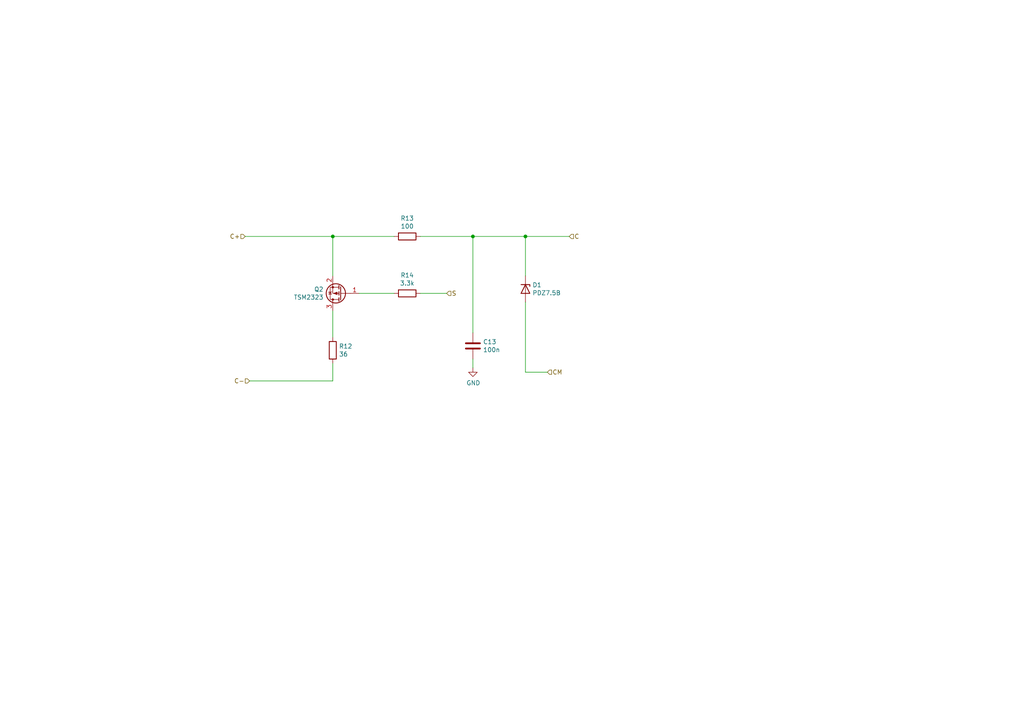
<source format=kicad_sch>
(kicad_sch (version 20231120) (generator "eeschema") (generator_version "8.0")
  (paper "A4")
  (lib_symbols
    (symbol "Device:C" (pin_numbers hide) (pin_names (offset 0.254))
      (property "Reference" "C" (at 0.635 2.54 0))
      (property "Value" "C" (at 0.635 -2.54 0))
      (symbol "C_0_1"
        (polyline (pts (xy -2.032 -0.762) (xy 2.032 -0.762)) (stroke (width 0.508)))
        (polyline (pts (xy -2.032 0.762) (xy 2.032 0.762)) (stroke (width 0.508)))
      )
      (symbol "C_1_1"
        (pin passive line (at 0 3.81 270) (length 2.794) (name "~") (number "1"))
        (pin passive line (at 0 -3.81 90) (length 2.794) (name "~") (number "2"))
      )
    )
    (symbol "Device:D_Zener" (pin_numbers hide) (pin_names (offset 1.016) hide)
      (property "Reference" "D" (at 0 2.54 0))
      (property "Value" "D_Zener" (at 0 -2.54 0))
      (symbol "D_Zener_0_1"
        (polyline (pts (xy 1.27 0) (xy -1.27 0)))
        (polyline (pts (xy -1.27 -1.27) (xy -1.27 1.27) (xy -0.762 1.27)) (stroke (width 0.254)))
        (polyline (pts (xy 1.27 -1.27) (xy 1.27 1.27) (xy -1.27 0) (xy 1.27 -1.27)) (stroke (width 0.254)))
      )
      (symbol "D_Zener_1_1"
        (pin passive line (at -3.81 0 0) (length 2.54) (name "K") (number "1"))
        (pin passive line (at 3.81 0 180) (length 2.54) (name "A") (number "2"))
      )
    )
    (symbol "Device:Q_PMOS_GSD" (pin_names (offset 0) hide)
      (property "Reference" "Q" (at 5.08 1.27 0))
      (property "Value" "Q_PMOS_GSD" (at 5.08 -1.27 0))
      (symbol "Q_PMOS_GSD_0_1"
        (polyline (pts (xy 0.254 0) (xy -2.54 0)))
        (polyline (pts (xy 0.254 1.905) (xy 0.254 -1.905)) (stroke (width 0.254)))
        (polyline (pts (xy 0.762 -1.27) (xy 0.762 -2.286)) (stroke (width 0.254)))
        (polyline (pts (xy 0.762 0.508) (xy 0.762 -0.508)) (stroke (width 0.254)))
        (polyline (pts (xy 0.762 2.286) (xy 0.762 1.27)) (stroke (width 0.254)))
        (polyline (pts (xy 2.54 2.54) (xy 2.54 1.778)))
        (polyline (pts (xy 2.54 -2.54) (xy 2.54 0) (xy 0.762 0)))
        (polyline (pts (xy 0.762 1.778) (xy 3.302 1.778) (xy 3.302 -1.778) (xy 0.762 -1.778)))
        (polyline (pts (xy 2.286 0) (xy 1.27 0.381) (xy 1.27 -0.381) (xy 2.286 0)) (fill (type outline)))
        (polyline (pts (xy 2.794 -0.508) (xy 2.921 -0.381) (xy 3.683 -0.381) (xy 3.81 -0.254)))
        (polyline (pts (xy 3.302 -0.381) (xy 2.921 0.254) (xy 3.683 0.254) (xy 3.302 -0.381)))
        (circle (center 1.651 0) (radius 2.794) (stroke (width 0.254)))
        (circle (center 2.54 -1.778) (radius 0.254) (fill (type outline)))
        (circle (center 2.54 1.778) (radius 0.254) (fill (type outline)))
      )
      (symbol "Q_PMOS_GSD_1_1"
        (pin input line (at -5.08 0 0) (length 2.54) (name "G") (number "1"))
        (pin passive line (at 2.54 -5.08 90) (length 2.54) (name "S") (number "2"))
        (pin passive line (at 2.54 5.08 270) (length 2.54) (name "D") (number "3"))
      )
    )
    (symbol "Device:R" (pin_numbers hide) (pin_names (offset 0))
      (property "Reference" "R" (at 2.032 0 90))
      (property "Value" "R" (at 0 0 90))
      (symbol "R_0_1"
        (rectangle (start -1.016 -2.54) (end 1.016 2.54) (stroke (width 0.254)))
      )
      (symbol "R_1_1"
        (pin passive line (at 0 3.81 270) (length 1.27) (name "~") (number "1"))
        (pin passive line (at 0 -3.81 90) (length 1.27) (name "~") (number "2"))
      )
    )
    (symbol "LTC6811-rescue:GND-power" (power) (pin_names (offset 0))
      (property "Value" "power_GND" (at 0 -3.81 0))
      (symbol "GND-power_0_1"
        (polyline (pts (xy 0 0) (xy 0 -1.27) (xy 1.27 -1.27) (xy 0 -2.54) (xy -1.27 -1.27) (xy 0 -1.27)))
      )
      (symbol "GND-power_1_1"
        (pin power_in line (at 0 0 270) (length 0) hide (name "GND") (number "1"))
      )
    )
  )
  (junction (at 152.4 68.58))
  (junction (at 96.52 68.58))
  (junction (at 137.16 68.58))
  (wire (pts (xy 121.92 68.58) (xy 137.16 68.58)))
  (wire (pts (xy 96.52 90.17) (xy 96.52 97.79)))
  (wire (pts (xy 152.4 68.58) (xy 165.1 68.58)))
  (wire (pts (xy 137.16 68.58) (xy 152.4 68.58)))
  (wire (pts (xy 104.14 85.09) (xy 114.3 85.09)))
  (wire (pts (xy 137.16 68.58) (xy 137.16 96.52)))
  (wire (pts (xy 152.4 80.01) (xy 152.4 68.58)))
  (wire (pts (xy 96.52 105.41) (xy 96.52 110.49)))
  (wire (pts (xy 96.52 68.58) (xy 96.52 80.01)))
  (wire (pts (xy 71.12 68.58) (xy 96.52 68.58)))
  (wire (pts (xy 152.4 107.95) (xy 158.75 107.95)))
  (wire (pts (xy 72.39 110.49) (xy 96.52 110.49)))
  (wire (pts (xy 152.4 87.63) (xy 152.4 107.95)))
  (wire (pts (xy 137.16 104.14) (xy 137.16 106.68)))
  (wire (pts (xy 114.3 68.58) (xy 96.52 68.58)))
  (wire (pts (xy 121.92 85.09) (xy 129.54 85.09)))
  (hierarchical_label "S" (shape input) (at 129.54 85.09 0))
  (hierarchical_label "C-" (shape input) (at 72.39 110.49 180))
  (hierarchical_label "C+" (shape input) (at 71.12 68.58 180))
  (hierarchical_label "C" (shape input) (at 165.1 68.58 0))
  (hierarchical_label "CM" (shape input) (at 158.75 107.95 0))
  (symbol (lib_id "Device:R") (at 118.11 68.58 270) (unit 1)
    (property "Reference" "R13" (at 118.11 63.3222 90))
    (property "Value" "100" (at 118.11 65.6336 90))
    (property "Footprint" "Resistor_SMD:R_0603_1608Metric" (effects (hide yes)))
    (property "MPN" "RC0603FR-07100RL" (effects (hide yes)))
    (instances (project "" (path "" (reference "R13") (unit 1)) (path "" (reference "R16") (unit 1)) (path "" (reference "R19") (unit 1)) (path "" (reference "R22") (unit 1)) (path "" (reference "R25") (unit 1)) (path "" (reference "R28") (unit 1)) (path "" (reference "R31") (unit 1)) (path "" (reference "R34") (unit 1)) (path "" (reference "R37") (unit 1)) (path "" (reference "R40") (unit 1)) (path "" (reference "R43") (unit 1)) (path "" (reference "R46") (unit 1))))
  )
  (symbol (lib_id "Device:R") (at 118.11 85.09 270) (unit 1)
    (property "Reference" "R14" (at 118.11 79.8322 90))
    (property "Value" "3.3k" (at 118.11 82.1436 90))
    (property "Footprint" "Resistor_SMD:R_0603_1608Metric" (effects (hide yes)))
    (property "MPN" "RC0603JR-073K3L" (effects (hide yes)))
    (instances (project "" (path "" (reference "R14") (unit 1)) (path "" (reference "R17") (unit 1)) (path "" (reference "R20") (unit 1)) (path "" (reference "R23") (unit 1)) (path "" (reference "R26") (unit 1)) (path "" (reference "R29") (unit 1)) (path "" (reference "R32") (unit 1)) (path "" (reference "R35") (unit 1)) (path "" (reference "R38") (unit 1)) (path "" (reference "R41") (unit 1)) (path "" (reference "R44") (unit 1)) (path "" (reference "R47") (unit 1))))
  )
  (symbol (lib_id "Device:Q_PMOS_GSD") (at 99.06 85.09 180) (unit 1)
    (property "Reference" "Q2" (at 93.853 83.9216 0) (effects (justify left)))
    (property "Value" "TSM2323" (at 93.853 86.233 0) (effects (justify left)))
    (property "Footprint" "Package_TO_SOT_SMD:SOT-23" (effects (hide yes)))
    (property "MPN" "TSM2323CX RFG " (effects (hide yes)))
    (instances (project "" (path "" (reference "Q2") (unit 1)) (path "" (reference "Q3") (unit 1)) (path "" (reference "Q4") (unit 1)) (path "" (reference "Q5") (unit 1)) (path "" (reference "Q6") (unit 1)) (path "" (reference "Q7") (unit 1)) (path "" (reference "Q8") (unit 1)) (path "" (reference "Q9") (unit 1)) (path "" (reference "Q10") (unit 1)) (path "" (reference "Q11") (unit 1)) (path "" (reference "Q12") (unit 1)) (path "" (reference "Q13") (unit 1))))
  )
  (symbol (lib_id "Device:R") (at 96.52 101.6 180) (unit 1)
    (property "Reference" "R12" (at 98.298 100.4316 0) (effects (justify right)))
    (property "Value" "36" (at 98.298 102.743 0) (effects (justify right)))
    (property "Footprint" "Resistor_SMD:R_1206_3216Metric" (effects (hide yes)))
    (property "MPN" "HRG3216Q-36R0-D-T1" (effects (hide yes)))
    (instances (project "" (path "" (reference "R12") (unit 1)) (path "" (reference "R15") (unit 1)) (path "" (reference "R18") (unit 1)) (path "" (reference "R21") (unit 1)) (path "" (reference "R24") (unit 1)) (path "" (reference "R27") (unit 1)) (path "" (reference "R30") (unit 1)) (path "" (reference "R33") (unit 1)) (path "" (reference "R36") (unit 1)) (path "" (reference "R39") (unit 1)) (path "" (reference "R42") (unit 1)) (path "" (reference "R45") (unit 1))))
  )
  (symbol (lib_id "Device:C") (at 137.16 100.33 0) (unit 1)
    (property "Reference" "C13" (at 140.081 99.1616 0) (effects (justify left)))
    (property "Value" "100n" (at 140.081 101.473 0) (effects (justify left)))
    (property "Footprint" "Capacitor_SMD:C_0603_1608Metric" (effects (hide yes)))
    (property "MPN" "CC0603KRX7R0BB104" (effects (hide yes)))
    (instances (project "" (path "" (reference "C13") (unit 1)) (path "" (reference "C14") (unit 1)) (path "" (reference "C15") (unit 1)) (path "" (reference "C16") (unit 1)) (path "" (reference "C17") (unit 1)) (path "" (reference "C18") (unit 1)) (path "" (reference "C19") (unit 1)) (path "" (reference "C20") (unit 1)) (path "" (reference "C21") (unit 1)) (path "" (reference "C22") (unit 1)) (path "" (reference "C23") (unit 1)) (path "" (reference "C24") (unit 1))))
  )
  (symbol (lib_id "LTC6811-rescue:GND-power") (at 137.16 106.68 0) (unit 1)
    (property "Reference" "#PWR0109" (effects (hide yes)))
    (property "Value" "GND" (at 137.287 111.0742 0))
    (instances (project "" (path "" (reference "#PWR0109") (unit 1)) (path "" (reference "#PWR0110") (unit 1)) (path "" (reference "#PWR0111") (unit 1)) (path "" (reference "#PWR0112") (unit 1)) (path "" (reference "#PWR0113") (unit 1)) (path "" (reference "#PWR0114") (unit 1)) (path "" (reference "#PWR0115") (unit 1)) (path "" (reference "#PWR0116") (unit 1)) (path "" (reference "#PWR0117") (unit 1)) (path "" (reference "#PWR0118") (unit 1)) (path "" (reference "#PWR0119") (unit 1)) (path "" (reference "#PWR0120") (unit 1))))
  )
  (symbol (lib_id "Device:D_Zener") (at 152.4 83.82 270) (unit 1)
    (property "Reference" "D1" (at 154.4066 82.6516 90) (effects (justify left)))
    (property "Value" "PDZ7.5B" (at 154.4066 84.963 90) (effects (justify left)))
    (property "Footprint" "Diode_SMD:D_SOD-323" (effects (hide yes)))
    (property "MPN" "PDZ7.5BZ" (effects (hide yes)))
    (instances (project "" (path "" (reference "D1") (unit 1)) (path "" (reference "D2") (unit 1)) (path "" (reference "D3") (unit 1)) (path "" (reference "D4") (unit 1)) (path "" (reference "D5") (unit 1)) (path "" (reference "D6") (unit 1)) (path "" (reference "D7") (unit 1)) (path "" (reference "D8") (unit 1)) (path "" (reference "D9") (unit 1)) (path "" (reference "D10") (unit 1)) (path "" (reference "D11") (unit 1)) (path "" (reference "D12") (unit 1))))
  )
)
</source>
